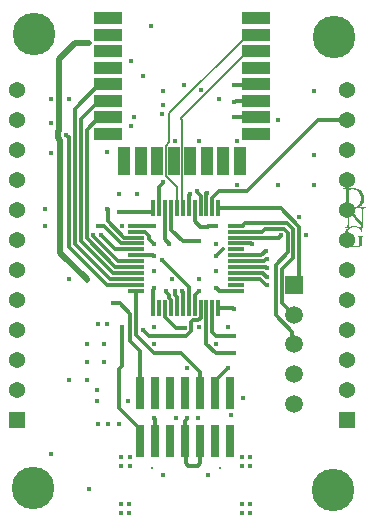
<source format=gbl>
G04*
G04 #@! TF.GenerationSoftware,Altium Limited,Altium Designer,25.8.1 (18)*
G04*
G04 Layer_Physical_Order=6*
G04 Layer_Color=16711680*
%FSLAX25Y25*%
%MOIN*%
G70*
G04*
G04 #@! TF.SameCoordinates,D775D7AA-2E8E-4D3B-9509-54632A005B4D*
G04*
G04*
G04 #@! TF.FilePolarity,Positive*
G04*
G01*
G75*
%ADD32C,0.05394*%
%ADD33C,0.05937*%
%ADD34R,0.05937X0.05937*%
%ADD36R,0.05394X0.05394*%
%ADD37C,0.01280*%
%ADD38C,0.01772*%
%ADD39C,0.01968*%
%ADD40C,0.01181*%
%ADD43C,0.14173*%
%ADD54R,0.01181X0.05807*%
%ADD55R,0.05807X0.01181*%
%ADD56R,0.02913X0.10984*%
%ADD57R,0.09646X0.03937*%
%ADD58R,0.03937X0.09646*%
%ADD59C,0.00591*%
G36*
X247153Y159389D02*
X247280D01*
X247424Y159381D01*
X247591Y159365D01*
X247766Y159357D01*
X247950Y159333D01*
X248141Y159309D01*
X248532Y159245D01*
X248723Y159205D01*
X248906Y159166D01*
X249074Y159110D01*
X249233Y159046D01*
X249241D01*
X249265Y159030D01*
X249313Y159006D01*
X249368Y158982D01*
X249432Y158942D01*
X249512Y158895D01*
X249600Y158839D01*
X249695Y158767D01*
X249799Y158695D01*
X249902Y158608D01*
X250006Y158512D01*
X250118Y158400D01*
X250221Y158289D01*
X250333Y158161D01*
X250429Y158026D01*
X250524Y157874D01*
X250532Y157866D01*
X250548Y157834D01*
X250572Y157795D01*
X250604Y157731D01*
X250636Y157651D01*
X250683Y157563D01*
X250723Y157452D01*
X250771Y157332D01*
X250819Y157205D01*
X250859Y157061D01*
X250907Y156902D01*
X250939Y156735D01*
X250970Y156567D01*
X250994Y156384D01*
X251010Y156193D01*
X251018Y155993D01*
Y155977D01*
Y155930D01*
X251010Y155858D01*
X251002Y155754D01*
X250994Y155635D01*
X250970Y155491D01*
X250946Y155332D01*
X250907Y155157D01*
X250859Y154973D01*
X250803Y154782D01*
X250731Y154583D01*
X250652Y154384D01*
X250548Y154184D01*
X250429Y153985D01*
X250293Y153786D01*
X250142Y153602D01*
X250134Y153595D01*
X250094Y153555D01*
X250038Y153507D01*
X249958Y153435D01*
X249855Y153355D01*
X249727Y153268D01*
X249576Y153172D01*
X249408Y153068D01*
X249315Y153024D01*
X251600D01*
Y152840D01*
X251281D01*
X251202Y152824D01*
X251114Y152808D01*
X251010Y152777D01*
X250907Y152729D01*
X250811Y152657D01*
X250731Y152569D01*
X250723Y152561D01*
X250715Y152537D01*
X250699Y152490D01*
X250676Y152418D01*
X250652Y152322D01*
X250644Y152259D01*
X250636Y152195D01*
X250628Y152115D01*
Y152035D01*
X250620Y151940D01*
Y151836D01*
Y146058D01*
X250436D01*
X250132Y146429D01*
X250277Y144634D01*
X250094D01*
Y144642D01*
X250078Y144666D01*
X250070Y144714D01*
X250046Y144770D01*
X250022Y144833D01*
X249982Y144913D01*
X249950Y144993D01*
X249902Y145088D01*
X249807Y145288D01*
X249687Y145487D01*
X249552Y145678D01*
X249480Y145766D01*
X249400Y145846D01*
X249392Y145854D01*
X249368Y145870D01*
X249337Y145901D01*
X249289Y145941D01*
X249233Y145981D01*
X249153Y146037D01*
X249074Y146093D01*
X248978Y146149D01*
X248866Y146204D01*
X248747Y146252D01*
X248619Y146308D01*
X248476Y146348D01*
X248332Y146388D01*
X248173Y146419D01*
X248006Y146435D01*
X247830Y146443D01*
X247774D01*
X247703Y146435D01*
X247615Y146427D01*
X247503Y146412D01*
X247384Y146388D01*
X247240Y146356D01*
X247089Y146316D01*
X246930Y146260D01*
X246890Y146242D01*
Y146161D01*
X246714D01*
X246603Y146109D01*
X246435Y146005D01*
X246276Y145885D01*
X246117Y145750D01*
X245973Y145591D01*
X245838Y145407D01*
X245830Y145399D01*
X245814Y145367D01*
X245782Y145320D01*
X245750Y145248D01*
X245710Y145168D01*
X245662Y145064D01*
X245607Y144953D01*
X245559Y144817D01*
X245503Y144674D01*
X245447Y144515D01*
X245399Y144339D01*
X245359Y144164D01*
X245328Y143965D01*
X245296Y143765D01*
X245280Y143550D01*
X245272Y143327D01*
Y143319D01*
Y143287D01*
Y143231D01*
X245280Y143160D01*
Y143072D01*
X245296Y142976D01*
X245304Y142857D01*
X245320Y142737D01*
X245336Y142602D01*
X245368Y142458D01*
X245431Y142156D01*
X245527Y141845D01*
X245583Y141685D01*
X245647Y141534D01*
X245654Y141526D01*
X245662Y141502D01*
X245686Y141454D01*
X245718Y141406D01*
X245758Y141335D01*
X245798Y141263D01*
X245854Y141175D01*
X245917Y141087D01*
X246061Y140896D01*
X246228Y140697D01*
X246427Y140514D01*
X246531Y140426D01*
X246643Y140354D01*
X246651D01*
X246667Y140338D01*
X246707Y140322D01*
X246746Y140298D01*
X246802Y140267D01*
X246874Y140235D01*
X246946Y140203D01*
X247033Y140171D01*
X247217Y140099D01*
X247432Y140035D01*
X247663Y139996D01*
X247782Y139988D01*
X247902Y139980D01*
X247966D01*
X248037Y139988D01*
X248133Y139996D01*
X248245Y140004D01*
X248364Y140020D01*
X248492Y140043D01*
X248627Y140075D01*
X248635D01*
X248643Y140083D01*
X248691Y140091D01*
X248755Y140115D01*
X248850Y140147D01*
X248954Y140187D01*
X249074Y140235D01*
X249193Y140290D01*
X249321Y140354D01*
Y142339D01*
Y142347D01*
Y142363D01*
Y142387D01*
Y142427D01*
Y142514D01*
X249313Y142618D01*
X249305Y142729D01*
X249289Y142841D01*
X249265Y142945D01*
X249257Y142984D01*
X249241Y143016D01*
Y143024D01*
X249225Y143040D01*
X249209Y143072D01*
X249177Y143104D01*
X249145Y143144D01*
X249105Y143192D01*
X249050Y143231D01*
X248994Y143263D01*
X248986Y143271D01*
X248962Y143279D01*
X248922Y143295D01*
X248866Y143311D01*
X248787Y143327D01*
X248683Y143335D01*
X248564Y143351D01*
X248420D01*
Y143534D01*
X251074D01*
Y143351D01*
X250883D01*
X250811Y143335D01*
X250731Y143319D01*
X250636Y143287D01*
X250548Y143239D01*
X250468Y143168D01*
X250405Y143080D01*
Y143072D01*
X250389Y143040D01*
X250373Y142992D01*
X250357Y142913D01*
X250341Y142817D01*
X250325Y142690D01*
X250317Y142530D01*
X250309Y142434D01*
Y142339D01*
Y140243D01*
X250301D01*
X250285Y140227D01*
X250253Y140211D01*
X250213Y140195D01*
X250157Y140163D01*
X250094Y140131D01*
X250022Y140099D01*
X249950Y140067D01*
X249775Y139988D01*
X249576Y139916D01*
X249376Y139844D01*
X249161Y139780D01*
X249153D01*
X249137Y139772D01*
X249105Y139764D01*
X249066Y139757D01*
X249010Y139749D01*
X248946Y139733D01*
X248874Y139725D01*
X248795Y139709D01*
X248699Y139693D01*
X248603Y139685D01*
X248388Y139661D01*
X248157Y139645D01*
X247902Y139637D01*
X247814D01*
X247766Y139645D01*
X247711D01*
X247647Y139653D01*
X247575Y139661D01*
X247408Y139677D01*
X247217Y139701D01*
X247009Y139741D01*
X246778Y139796D01*
X246539Y139860D01*
X246292Y139948D01*
X246045Y140051D01*
X245790Y140171D01*
X245543Y140314D01*
X245312Y140490D01*
X245089Y140681D01*
X244881Y140904D01*
X244873Y140912D01*
X244849Y140944D01*
X244810Y141000D01*
X244762Y141072D01*
X244706Y141167D01*
X244642Y141271D01*
X244570Y141398D01*
X244499Y141542D01*
X244427Y141693D01*
X244355Y141861D01*
X244292Y142044D01*
X244236Y142243D01*
X244188Y142442D01*
X244148Y142658D01*
X244124Y142881D01*
X244116Y143112D01*
Y143120D01*
Y143152D01*
Y143200D01*
X244124Y143263D01*
X244132Y143343D01*
X244140Y143439D01*
X244156Y143550D01*
X244172Y143670D01*
X244196Y143797D01*
X244220Y143933D01*
X244300Y144220D01*
X244347Y144371D01*
X244403Y144530D01*
X244475Y144682D01*
X244547Y144841D01*
X244555Y144849D01*
X244570Y144881D01*
X244602Y144937D01*
X244642Y145001D01*
X244698Y145088D01*
X244762Y145184D01*
X244833Y145288D01*
X244921Y145399D01*
X245017Y145519D01*
X245120Y145646D01*
X245240Y145774D01*
X245368Y145901D01*
X245503Y146021D01*
X245647Y146141D01*
X245675Y146161D01*
X244483D01*
Y146345D01*
X244762D01*
X244794Y146353D01*
X244873Y146361D01*
X244961Y146377D01*
X245065Y146408D01*
X245168Y146456D01*
X245264Y146520D01*
X245344Y146608D01*
X245352Y146616D01*
X245359Y146640D01*
X245383Y146687D01*
X245407Y146759D01*
X245423Y146863D01*
X245439Y146919D01*
X245447Y146990D01*
X245455Y147062D01*
Y147150D01*
X245463Y147245D01*
Y147349D01*
Y152123D01*
Y152131D01*
X245447Y152139D01*
X245415Y152179D01*
X245359Y152235D01*
X245296Y152306D01*
X245216Y152386D01*
X245144Y152458D01*
X245065Y152529D01*
X245058Y152534D01*
X244116D01*
Y152718D01*
X244411D01*
X244443Y152726D01*
X244515Y152734D01*
X244610Y152750D01*
X244630Y152756D01*
X244555Y152785D01*
X244547D01*
X244531Y152793D01*
X244491Y152800D01*
X244443Y152808D01*
X244379Y152816D01*
X244307Y152824D01*
X244220Y152832D01*
X244116D01*
Y153024D01*
X245002D01*
X245017Y153076D01*
X245041Y153148D01*
X245065Y153244D01*
X245073Y153307D01*
X245081Y153379D01*
X245089Y153459D01*
Y153547D01*
X245096Y153642D01*
Y153746D01*
Y158185D01*
Y158193D01*
Y158217D01*
Y158249D01*
Y158289D01*
X245089Y158337D01*
Y158392D01*
X245081Y158528D01*
X245065Y158663D01*
X245033Y158791D01*
X245001Y158910D01*
X244977Y158950D01*
X244953Y158990D01*
X244945Y158998D01*
X244913Y159022D01*
X244873Y159062D01*
X244810Y159102D01*
X244722Y159142D01*
X244626Y159181D01*
X244507Y159205D01*
X244371Y159213D01*
X244116D01*
Y159397D01*
X247049D01*
X247153Y159389D01*
D02*
G37*
%LPC*%
G36*
X247097Y159014D02*
X247017D01*
X246977Y159006D01*
X246922D01*
X246802Y158998D01*
X246643Y158974D01*
X246475Y158950D01*
X246276Y158910D01*
X246069Y158863D01*
Y153029D01*
X246077D01*
X246101Y153021D01*
X246133Y153013D01*
X246172Y153005D01*
X246228Y152997D01*
X246292Y152989D01*
X246443Y152965D01*
X246611Y152933D01*
X246794Y152917D01*
X246970Y152901D01*
X247145Y152893D01*
X247201D01*
X247256Y152901D01*
X247344Y152909D01*
X247440Y152917D01*
X247559Y152933D01*
X247687Y152965D01*
X247830Y152997D01*
X247982Y153037D01*
X248133Y153092D01*
X248292Y153164D01*
X248460Y153236D01*
X248619Y153331D01*
X248787Y153443D01*
X248938Y153571D01*
X249090Y153714D01*
X249097Y153722D01*
X249121Y153754D01*
X249161Y153802D01*
X249209Y153865D01*
X249273Y153945D01*
X249337Y154049D01*
X249400Y154168D01*
X249480Y154304D01*
X249552Y154455D01*
X249616Y154623D01*
X249687Y154806D01*
X249743Y155005D01*
X249791Y155220D01*
X249831Y155452D01*
X249855Y155699D01*
X249863Y155954D01*
Y155962D01*
Y155970D01*
Y156017D01*
X249855Y156089D01*
Y156185D01*
X249839Y156304D01*
X249823Y156448D01*
X249799Y156599D01*
X249767Y156766D01*
X249727Y156942D01*
X249671Y157125D01*
X249616Y157308D01*
X249536Y157500D01*
X249448Y157683D01*
X249344Y157858D01*
X249225Y158034D01*
X249090Y158193D01*
X249081Y158201D01*
X249058Y158225D01*
X249010Y158273D01*
X248946Y158321D01*
X248874Y158384D01*
X248779Y158456D01*
X248675Y158528D01*
X248548Y158608D01*
X248412Y158679D01*
X248261Y158751D01*
X248101Y158823D01*
X247926Y158887D01*
X247735Y158942D01*
X247535Y158982D01*
X247320Y159006D01*
X247097Y159014D01*
D02*
G37*
G36*
X249193Y152965D02*
X248994Y152869D01*
X248747Y152781D01*
X248484Y152702D01*
X248189Y152630D01*
X247878Y152582D01*
X247535Y152550D01*
X247177Y152534D01*
X246365D01*
X250173Y147875D01*
Y151836D01*
Y151844D01*
Y151860D01*
Y151892D01*
Y151940D01*
X250165Y151988D01*
Y152043D01*
X250157Y152171D01*
X250142Y152306D01*
X250110Y152434D01*
X250078Y152545D01*
X250054Y152593D01*
X250030Y152625D01*
X250022Y152633D01*
X249990Y152657D01*
X249950Y152697D01*
X249886Y152737D01*
X249799Y152769D01*
X249695Y152808D01*
X249576Y152832D01*
X249432Y152840D01*
X249193D01*
Y152965D01*
D02*
G37*
G36*
X245910Y151573D02*
Y147349D01*
Y147341D01*
Y147325D01*
Y147293D01*
Y147245D01*
X245917Y147197D01*
Y147142D01*
X245925Y147014D01*
X245941Y146871D01*
X245965Y146743D01*
X245997Y146632D01*
X246021Y146584D01*
X246045Y146552D01*
X246053Y146544D01*
X246085Y146520D01*
X246125Y146488D01*
X246172Y146459D01*
X246172Y146459D01*
X246260Y146499D01*
X246356Y146539D01*
X246467Y146579D01*
X246595Y146619D01*
X246730Y146659D01*
X246874Y146698D01*
X247033Y146730D01*
X247201Y146762D01*
X247368Y146786D01*
X247551Y146794D01*
X247743Y146802D01*
X247878D01*
X247966Y146794D01*
X248069Y146786D01*
X248189Y146778D01*
X248420Y146738D01*
X248436D01*
X248476Y146722D01*
X248548Y146706D01*
X248643Y146682D01*
X248763Y146643D01*
X248914Y146595D01*
X249090Y146539D01*
X249289Y146467D01*
X249305Y146459D01*
X249337Y146451D01*
X249384Y146435D01*
X249440Y146419D01*
X249568Y146380D01*
X249623Y146372D01*
X249663Y146364D01*
X249679D01*
X249719Y146372D01*
X249775Y146404D01*
X249807Y146419D01*
X249831Y146451D01*
Y146459D01*
X249839Y146467D01*
X249855Y146491D01*
X249871Y146531D01*
X249886Y146579D01*
X249894Y146635D01*
X249908Y146702D01*
X245910Y151573D01*
D02*
G37*
%LPD*%
D32*
X245295Y111953D02*
D03*
X135295Y151953D02*
D03*
Y131953D02*
D03*
X245295D02*
D03*
Y121953D02*
D03*
Y101953D02*
D03*
X135295Y161953D02*
D03*
X245295Y191953D02*
D03*
X135295D02*
D03*
Y141953D02*
D03*
Y171953D02*
D03*
X245295Y91953D02*
D03*
Y161953D02*
D03*
X135295Y91953D02*
D03*
Y101953D02*
D03*
Y111953D02*
D03*
Y121953D02*
D03*
Y181953D02*
D03*
X245295Y141953D02*
D03*
Y151953D02*
D03*
Y171953D02*
D03*
Y181953D02*
D03*
D33*
X227461Y107283D02*
D03*
Y97441D02*
D03*
Y117126D02*
D03*
Y87598D02*
D03*
D34*
Y126969D02*
D03*
D36*
X245295Y81953D02*
D03*
X135295D02*
D03*
D37*
X180177Y66201D02*
D03*
X202933D02*
D03*
D38*
X205709Y99410D02*
D03*
X191206Y112749D02*
D03*
X177165Y112205D02*
D03*
X195866Y125000D02*
D03*
X170276Y146653D02*
D03*
X183563Y135318D02*
D03*
X167323Y121063D02*
D03*
X173228Y201772D02*
D03*
X162402Y146653D02*
D03*
X207677Y119095D02*
D03*
X195845Y141732D02*
D03*
X201612Y136811D02*
D03*
X192913Y157480D02*
D03*
X181319Y90976D02*
D03*
X164370Y101378D02*
D03*
X152559Y188976D02*
D03*
X234252Y170276D02*
D03*
X195866Y175197D02*
D03*
X201772Y146653D02*
D03*
Y125984D02*
D03*
Y74803D02*
D03*
X181102Y146653D02*
D03*
Y125984D02*
D03*
X174213Y183071D02*
D03*
X175197Y151575D02*
D03*
X169291D02*
D03*
X144685Y152559D02*
D03*
X144685Y146653D02*
D03*
X161909Y88386D02*
D03*
Y92126D02*
D03*
X158465Y95472D02*
D03*
X165354Y152559D02*
D03*
X177165Y196850D02*
D03*
X218504Y126969D02*
D03*
X213583Y140748D02*
D03*
X195866Y113189D02*
D03*
X198455Y157756D02*
D03*
X208661Y175197D02*
D03*
X165532Y205079D02*
D03*
X186024Y140748D02*
D03*
X207677Y110236D02*
D03*
X223425Y143701D02*
D03*
X184055Y161417D02*
D03*
X183601Y184263D02*
D03*
X163386Y143701D02*
D03*
X160630D02*
D03*
X205709Y113189D02*
D03*
X231496Y143701D02*
D03*
X218311Y138583D02*
D03*
X218504Y132874D02*
D03*
Y135827D02*
D03*
Y129921D02*
D03*
X207677Y104331D02*
D03*
X195245Y158268D02*
D03*
X180118Y213583D02*
D03*
X165354Y114173D02*
D03*
X162402D02*
D03*
X164370Y107283D02*
D03*
X234252Y191929D02*
D03*
X222441Y182087D02*
D03*
X202756Y188976D02*
D03*
X196650Y192129D02*
D03*
X234252Y160433D02*
D03*
X222441D02*
D03*
X229331Y149606D02*
D03*
X217520Y177165D02*
D03*
X201772Y140748D02*
D03*
Y131890D02*
D03*
X190945Y193898D02*
D03*
X187992Y175197D02*
D03*
X210630Y89567D02*
D03*
X212992Y66929D02*
D03*
Y53937D02*
D03*
Y69685D02*
D03*
Y51181D02*
D03*
X210236D02*
D03*
Y66929D02*
D03*
Y69685D02*
D03*
Y53937D02*
D03*
X195866Y128937D02*
D03*
X201772Y107283D02*
D03*
X187008Y128937D02*
D03*
X191929Y82677D02*
D03*
X184055Y191929D02*
D03*
Y187008D02*
D03*
X173228Y180118D02*
D03*
X181102Y140748D02*
D03*
X175197Y157480D02*
D03*
X181102Y131890D02*
D03*
X171024Y168484D02*
D03*
X165532Y210591D02*
D03*
Y216102D02*
D03*
Y199567D02*
D03*
X165291Y171433D02*
D03*
X169291Y157480D02*
D03*
X146653Y188976D02*
D03*
X152559Y128937D02*
D03*
X181102Y107283D02*
D03*
Y113189D02*
D03*
X172244Y88583D02*
D03*
X172835Y69685D02*
D03*
Y66929D02*
D03*
X172670Y51249D02*
D03*
X170079Y69685D02*
D03*
X172670Y54005D02*
D03*
X158465Y107283D02*
D03*
Y101378D02*
D03*
X152559Y95472D02*
D03*
X169291Y80709D02*
D03*
X165766Y80651D02*
D03*
X170079Y66929D02*
D03*
X169914Y51249D02*
D03*
Y54005D02*
D03*
X162402Y80709D02*
D03*
X208661Y160433D02*
D03*
X190453Y125000D02*
D03*
X187992D02*
D03*
X185039D02*
D03*
X170276Y113189D02*
D03*
X181102Y136811D02*
D03*
X146653Y171260D02*
D03*
Y181102D02*
D03*
X151575Y177165D02*
D03*
X164370D02*
D03*
X159326Y207800D02*
D03*
X207677Y193898D02*
D03*
Y187992D02*
D03*
Y183071D02*
D03*
X158563Y128839D02*
D03*
X181102Y82677D02*
D03*
X159449Y59055D02*
D03*
X206693Y83661D02*
D03*
X198819Y63622D02*
D03*
X191929Y99410D02*
D03*
X184055Y63672D02*
D03*
X188199Y82759D02*
D03*
X195733Y82836D02*
D03*
X146653Y70866D02*
D03*
D39*
X154697Y207846D02*
X159280D01*
X149445Y178655D02*
Y202594D01*
X154697Y207846D01*
X149016Y176105D02*
X149606Y175515D01*
X149016Y178225D02*
X149445Y178655D01*
X149016Y176105D02*
Y178225D01*
X149606Y137894D02*
X158563Y128937D01*
X149606Y137894D02*
Y175515D01*
X159280Y207846D02*
X159326Y207800D01*
X158563Y128839D02*
Y128937D01*
D40*
X205709Y99402D02*
Y99410D01*
X201319Y95012D02*
X205709Y99402D01*
X201319Y90976D02*
Y95012D01*
X184665Y116483D02*
X188399Y112749D01*
X184665Y116483D02*
Y119339D01*
X188399Y112749D02*
X191206D01*
X193371Y114662D02*
X194063Y115354D01*
X193371Y111852D02*
Y114662D01*
X194063Y115354D02*
X195784D01*
X179134Y110236D02*
X191756D01*
X193371Y111852D01*
X177165Y112205D02*
X179134Y110236D01*
X196476Y116046D02*
Y119339D01*
X195784Y115354D02*
X196476Y116046D01*
X194508Y123642D02*
X195866Y125000D01*
X194508Y119339D02*
Y123642D01*
X183563Y135318D02*
X183689D01*
X192618Y126389D01*
Y124092D02*
Y126389D01*
X192539Y124014D02*
X192618Y124092D01*
X192539Y119339D02*
Y124014D01*
X167436Y120950D02*
X169514D01*
X167323Y121063D02*
X167436Y120950D01*
X176319Y90976D02*
Y105177D01*
X172910Y108586D02*
X176319Y105177D01*
X169514Y120950D02*
X172910Y117554D01*
Y108586D02*
Y117554D01*
X162402Y146653D02*
X164370D01*
X170079Y140945D01*
X174870D01*
X207433Y119339D02*
X207677Y119095D01*
X202382Y119339D02*
X207433D01*
X190464Y141732D02*
X195845D01*
X186634Y145562D02*
X190464Y141732D01*
X186634Y145562D02*
Y152709D01*
X201612Y136811D02*
X201772D01*
X203937Y138976D01*
X192913Y157320D02*
Y157480D01*
X192539Y156947D02*
X192913Y157320D01*
X192539Y152709D02*
Y156947D01*
X194508Y148330D02*
Y152709D01*
X180746Y146850D02*
X180943Y146653D01*
X180728Y151575D02*
Y152709D01*
X201772Y125984D02*
X201932D01*
X202719Y125197D02*
X208240D01*
X201932Y125984D02*
X202719Y125197D01*
X199024Y146653D02*
X201772D01*
X194508Y148330D02*
X196310Y146528D01*
X198898D02*
X199024Y146653D01*
X180943D02*
X181102D01*
X196310Y146528D02*
X198898D01*
X181102Y125824D02*
Y125984D01*
X180728Y119339D02*
Y125450D01*
X175197Y151575D02*
X180728D01*
X169291D02*
X175197D01*
X174870Y146850D02*
X180746D01*
X180728Y125450D02*
X181102Y125824D01*
X165354Y152559D02*
X165467Y152446D01*
Y148509D02*
Y152446D01*
Y148509D02*
X171063Y142913D01*
X174870D01*
X218394Y126969D02*
X218504D01*
X216229Y129134D02*
X218394Y126969D01*
X208240Y129134D02*
X216229D01*
X208240Y140945D02*
X213226D01*
X213423Y140748D01*
X213583D01*
X154528D02*
Y185906D01*
Y140748D02*
X166142Y129134D01*
X154528Y185906D02*
X162677Y194055D01*
X166142Y129134D02*
X174870D01*
X162677Y194055D02*
X165532D01*
X198445Y157746D02*
X198455Y157756D01*
X198445Y152709D02*
Y157746D01*
X186024Y140748D02*
Y140908D01*
X184665Y142266D02*
X186024Y140908D01*
X184665Y142266D02*
Y152709D01*
X200413Y111485D02*
Y119339D01*
Y111485D02*
X201662Y110236D01*
X207677D01*
X208240Y142913D02*
X222478D01*
X223265Y143701D01*
X223425D01*
X184055Y161258D02*
Y161417D01*
X182697Y159899D02*
X184055Y161258D01*
X182697Y152709D02*
Y159899D01*
X178714Y144121D02*
X179416Y143419D01*
X178714Y144121D02*
Y144121D01*
X179416Y142434D02*
X181102Y140748D01*
X179416Y142434D02*
Y143419D01*
X177953Y144882D02*
X178714Y144121D01*
X174870Y144882D02*
X177953D01*
X163386Y143701D02*
X168110Y138976D01*
X174870D01*
X160630Y143541D02*
Y143701D01*
X160925Y143099D02*
Y143246D01*
X160630Y143541D02*
X160925Y143246D01*
Y143099D02*
X168985Y135039D01*
X198445Y107548D02*
Y119339D01*
Y107548D02*
X201662Y104331D01*
X208240Y137008D02*
X216577D01*
X218152Y138583D02*
X218311D01*
X218344Y129921D02*
X218504D01*
X218147Y133071D02*
X218344Y132874D01*
X208240Y131102D02*
X217163D01*
X208240Y133071D02*
X218147D01*
X217557Y135039D02*
X218344Y135827D01*
X217163Y131102D02*
X218344Y129921D01*
Y135827D02*
X218504D01*
X218344Y132874D02*
X218504D01*
X208240Y135039D02*
X217557D01*
X216577Y137008D02*
X218152Y138583D01*
X201662Y104331D02*
X207677D01*
X202559Y158268D02*
X211793D01*
X200413Y152709D02*
Y156122D01*
X202559Y158268D01*
X196476Y152709D02*
Y156876D01*
X195245Y158108D02*
X196476Y156876D01*
X195245Y158108D02*
Y158268D01*
X235479Y181953D02*
X245295D01*
X211793Y158268D02*
X235479Y181953D01*
X229331Y128839D02*
Y146544D01*
X223166Y152709D02*
X229331Y146544D01*
X202382Y152709D02*
X223166D01*
X227461Y126969D02*
X229331Y128839D01*
X196319Y67621D02*
Y74953D01*
X191929Y82517D02*
Y82677D01*
X195627Y66929D02*
X196319Y67621D01*
X192154Y66929D02*
X195627D01*
X191462Y67621D02*
X192154Y66929D01*
X191319Y81907D02*
X191929Y82517D01*
X191319Y74953D02*
X191462Y74810D01*
X191319Y74953D02*
Y81907D01*
X191462Y67621D02*
Y74810D01*
X174870Y110453D02*
X180993Y104331D01*
X190070D01*
X174870Y110453D02*
Y125197D01*
X190070Y104331D02*
X196319Y98082D01*
Y90976D02*
Y98082D01*
X190453Y124840D02*
Y125000D01*
Y124840D02*
X190571Y124722D01*
Y119339D02*
Y124722D01*
X187992Y125000D02*
X188000Y124992D01*
X185039Y124840D02*
Y125000D01*
X186634Y119339D02*
Y122194D01*
X188602Y119339D02*
Y123010D01*
X188000Y123612D02*
Y124992D01*
X186032Y122797D02*
Y123848D01*
X185039Y124840D02*
X186032Y123848D01*
X188000Y123612D02*
X188602Y123010D01*
X186032Y122797D02*
X186634Y122194D01*
X169291Y99030D02*
X170276Y100015D01*
X169291Y86016D02*
Y99030D01*
X170276Y100015D02*
Y113189D01*
X169291Y86016D02*
X176319Y78988D01*
Y74953D02*
Y78988D01*
X174870Y137008D02*
X180746D01*
X180943Y136811D01*
X181102D01*
X168985Y135039D02*
X174870D01*
X156496Y141732D02*
Y182362D01*
X167126Y131102D02*
X174870D01*
X156496Y141732D02*
X167126Y131102D01*
X156496Y182362D02*
X162677Y188543D01*
X165532D01*
X168110Y133071D02*
X174870D01*
X158465Y142717D02*
X168110Y133071D01*
X158465Y142717D02*
Y178819D01*
X162677Y183031D01*
X165532D01*
X151575Y177165D02*
X151735D01*
X152412Y176488D01*
X152559D01*
Y139764D02*
Y176488D01*
Y139764D02*
X165157Y127165D01*
X174870D01*
X214941Y193898D02*
X215098Y194055D01*
X207677Y193898D02*
X214941D01*
X208388Y188543D02*
X215098D01*
X207837Y187992D02*
X208388Y188543D01*
X207677Y187992D02*
X207837D01*
X207677Y183071D02*
X215059D01*
X215098Y183031D01*
X181102Y82517D02*
Y82677D01*
Y82517D02*
X181319Y82301D01*
Y74953D02*
Y82301D01*
X227035Y107709D02*
Y111548D01*
X221457Y117126D02*
X227035Y111548D01*
X221457Y117126D02*
Y133858D01*
X225590Y137992D01*
Y144598D01*
X224322Y145866D02*
X225590Y144598D01*
X208240Y144882D02*
X216946D01*
X217930Y145866D01*
X224322D01*
X208240Y146850D02*
X210553D01*
Y146946D01*
X211245Y147638D01*
X225394D01*
X227362Y145669D01*
X227035Y107709D02*
X227461Y107283D01*
X223552Y132440D02*
X227362Y136251D01*
Y145669D01*
X223552Y121035D02*
Y132440D01*
Y121035D02*
X227461Y117126D01*
D43*
X240945Y209842D02*
D03*
X240551Y58661D02*
D03*
X140945Y210630D02*
D03*
X140551Y59449D02*
D03*
D54*
X180728Y152709D02*
D03*
X182697D02*
D03*
X184665D02*
D03*
X186634D02*
D03*
X188602D02*
D03*
X190571D02*
D03*
X192539D02*
D03*
X194508D02*
D03*
X196476D02*
D03*
X198445D02*
D03*
X200413D02*
D03*
X202382D02*
D03*
Y119339D02*
D03*
X200413D02*
D03*
X198445D02*
D03*
X196476D02*
D03*
X194508D02*
D03*
X192539D02*
D03*
X190571D02*
D03*
X188602D02*
D03*
X186634D02*
D03*
X184665D02*
D03*
X182697D02*
D03*
X180728D02*
D03*
D55*
X208240Y146850D02*
D03*
Y144882D02*
D03*
Y142913D02*
D03*
Y140945D02*
D03*
Y138976D02*
D03*
Y137008D02*
D03*
Y135039D02*
D03*
Y133071D02*
D03*
Y131102D02*
D03*
Y129134D02*
D03*
Y127165D02*
D03*
Y125197D02*
D03*
X174870D02*
D03*
Y127165D02*
D03*
Y129134D02*
D03*
Y131102D02*
D03*
Y133071D02*
D03*
Y135039D02*
D03*
Y137008D02*
D03*
Y138976D02*
D03*
Y140945D02*
D03*
Y142913D02*
D03*
Y144882D02*
D03*
Y146850D02*
D03*
D56*
X176319Y90976D02*
D03*
X181319D02*
D03*
X201319Y74953D02*
D03*
X196319D02*
D03*
X191319D02*
D03*
X196319Y90976D02*
D03*
X201319D02*
D03*
X176319Y74953D02*
D03*
X181319D02*
D03*
X186319Y90976D02*
D03*
X191319D02*
D03*
X206319D02*
D03*
X186319Y74953D02*
D03*
X206319D02*
D03*
D57*
X165532Y194055D02*
D03*
Y205079D02*
D03*
X215098Y177520D02*
D03*
X165532Y216102D02*
D03*
Y210591D02*
D03*
Y199567D02*
D03*
X215098Y205079D02*
D03*
X165532Y188543D02*
D03*
Y183031D02*
D03*
Y177520D02*
D03*
X215098Y210591D02*
D03*
Y194055D02*
D03*
Y188543D02*
D03*
Y183031D02*
D03*
Y216102D02*
D03*
Y199567D02*
D03*
D58*
X171024Y168484D02*
D03*
X209606D02*
D03*
X204095D02*
D03*
X198583D02*
D03*
X193071D02*
D03*
X187559D02*
D03*
X182047D02*
D03*
X176535D02*
D03*
D59*
X186024Y184370D02*
X212244Y210591D01*
X186024Y174653D02*
Y184370D01*
X184945Y173574D02*
X186024Y174653D01*
X184945Y163394D02*
Y173574D01*
X190092Y182926D02*
X212244Y205079D01*
X190276Y153004D02*
X190571Y152709D01*
X190173Y155663D02*
Y182355D01*
X190276Y153004D02*
Y155560D01*
X190092Y182437D02*
X190173Y182355D01*
X190092Y182437D02*
Y182926D01*
X190173Y155663D02*
X190276Y155560D01*
X212244Y205079D02*
X215098D01*
X184945Y163394D02*
X188602Y159737D01*
Y152709D02*
Y159737D01*
X212244Y210591D02*
X215098D01*
M02*

</source>
